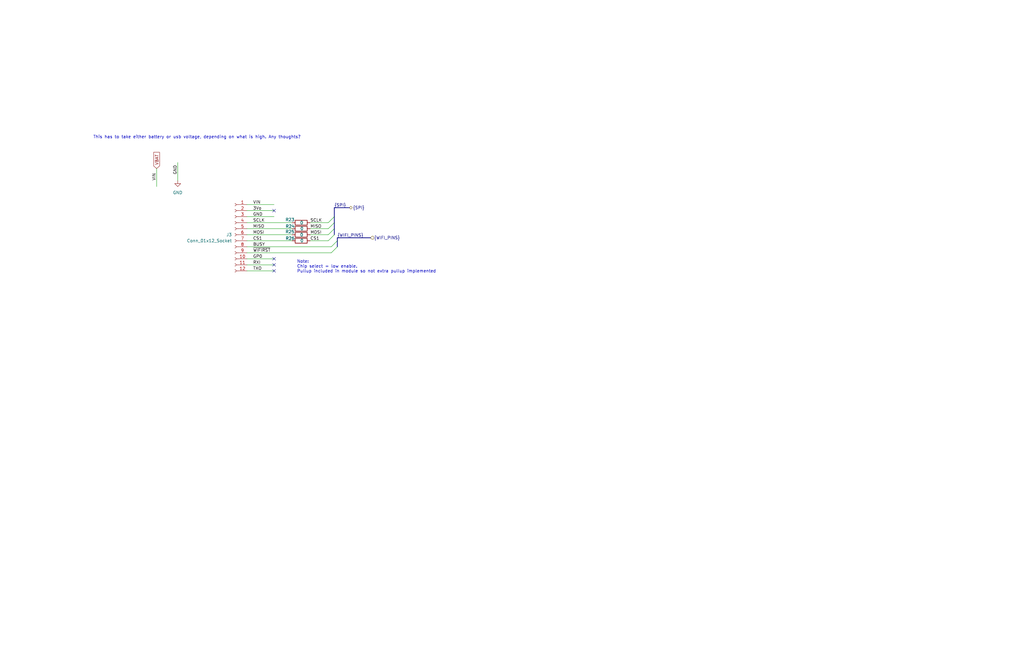
<source format=kicad_sch>
(kicad_sch (version 20231120) (generator "eeschema") (generator_version "8.0")
  (paper "B")
  (lib_symbols
    (symbol "Connector:Conn_01x12_Socket" (pin_names (offset 1.016) hide)
      (property "Reference" "J" (at 0 15.24 0))
      (property "Value" "Conn_01x12_Socket" (at 0 -17.78 0))
      (symbol "Conn_01x12_Socket_1_1"
        (arc (start 0 -14.732) (mid -0.5058 -15.24) (end 0 -15.748) (stroke (width 0.1524)))
        (arc (start 0 -12.192) (mid -0.5058 -12.7) (end 0 -13.208) (stroke (width 0.1524)))
        (arc (start 0 -9.652) (mid -0.5058 -10.16) (end 0 -10.668) (stroke (width 0.1524)))
        (arc (start 0 -7.112) (mid -0.5058 -7.62) (end 0 -8.128) (stroke (width 0.1524)))
        (arc (start 0 -4.572) (mid -0.5058 -5.08) (end 0 -5.588) (stroke (width 0.1524)))
        (arc (start 0 -2.032) (mid -0.5058 -2.54) (end 0 -3.048) (stroke (width 0.1524)))
        (polyline (pts (xy -1.27 -15.24) (xy -0.508 -15.24)) (stroke (width 0.1524)))
        (polyline (pts (xy -1.27 -12.7) (xy -0.508 -12.7)) (stroke (width 0.1524)))
        (polyline (pts (xy -1.27 -10.16) (xy -0.508 -10.16)) (stroke (width 0.1524)))
        (polyline (pts (xy -1.27 -7.62) (xy -0.508 -7.62)) (stroke (width 0.1524)))
        (polyline (pts (xy -1.27 -5.08) (xy -0.508 -5.08)) (stroke (width 0.1524)))
        (polyline (pts (xy -1.27 -2.54) (xy -0.508 -2.54)) (stroke (width 0.1524)))
        (polyline (pts (xy -1.27 0) (xy -0.508 0)) (stroke (width 0.1524)))
        (polyline (pts (xy -1.27 2.54) (xy -0.508 2.54)) (stroke (width 0.1524)))
        (polyline (pts (xy -1.27 5.08) (xy -0.508 5.08)) (stroke (width 0.1524)))
        (polyline (pts (xy -1.27 7.62) (xy -0.508 7.62)) (stroke (width 0.1524)))
        (polyline (pts (xy -1.27 10.16) (xy -0.508 10.16)) (stroke (width 0.1524)))
        (polyline (pts (xy -1.27 12.7) (xy -0.508 12.7)) (stroke (width 0.1524)))
        (arc (start 0 0.508) (mid -0.5058 0) (end 0 -0.508) (stroke (width 0.1524)))
        (arc (start 0 3.048) (mid -0.5058 2.54) (end 0 2.032) (stroke (width 0.1524)))
        (arc (start 0 5.588) (mid -0.5058 5.08) (end 0 4.572) (stroke (width 0.1524)))
        (arc (start 0 8.128) (mid -0.5058 7.62) (end 0 7.112) (stroke (width 0.1524)))
        (arc (start 0 10.668) (mid -0.5058 10.16) (end 0 9.652) (stroke (width 0.1524)))
        (arc (start 0 13.208) (mid -0.5058 12.7) (end 0 12.192) (stroke (width 0.1524)))
        (pin passive line (at -5.08 12.7 0) (length 3.81) (name "Pin_1") (number "1"))
        (pin passive line (at -5.08 -10.16 0) (length 3.81) (name "Pin_10") (number "10"))
        (pin passive line (at -5.08 -12.7 0) (length 3.81) (name "Pin_11") (number "11"))
        (pin passive line (at -5.08 -15.24 0) (length 3.81) (name "Pin_12") (number "12"))
        (pin passive line (at -5.08 10.16 0) (length 3.81) (name "Pin_2") (number "2"))
        (pin passive line (at -5.08 7.62 0) (length 3.81) (name "Pin_3") (number "3"))
        (pin passive line (at -5.08 5.08 0) (length 3.81) (name "Pin_4") (number "4"))
        (pin passive line (at -5.08 2.54 0) (length 3.81) (name "Pin_5") (number "5"))
        (pin passive line (at -5.08 0 0) (length 3.81) (name "Pin_6") (number "6"))
        (pin passive line (at -5.08 -2.54 0) (length 3.81) (name "Pin_7") (number "7"))
        (pin passive line (at -5.08 -5.08 0) (length 3.81) (name "Pin_8") (number "8"))
        (pin passive line (at -5.08 -7.62 0) (length 3.81) (name "Pin_9") (number "9"))
      )
    )
    (symbol "Device:R" (pin_numbers hide) (pin_names (offset 0))
      (property "Reference" "R" (at 2.032 0 90))
      (property "Value" "R" (at 0 0 90))
      (symbol "R_0_1"
        (rectangle (start -1.016 -2.54) (end 1.016 2.54) (stroke (width 0.254)))
      )
      (symbol "R_1_1"
        (pin passive line (at 0 3.81 270) (length 1.27) (name "~") (number "1"))
        (pin passive line (at 0 -3.81 90) (length 1.27) (name "~") (number "2"))
      )
    )
    (symbol "power:GND" (power) (pin_numbers hide) (pin_names (offset 0) hide)
      (property "Value" "GND" (at 0 -3.81 0))
      (symbol "GND_0_1"
        (polyline (pts (xy 0 0) (xy 0 -1.27) (xy 1.27 -1.27) (xy 0 -2.54) (xy -1.27 -1.27) (xy 0 -1.27)))
      )
      (symbol "GND_1_1"
        (pin power_in line (at 0 0 270) (length 0) (name "~") (number "1"))
      )
    )
  )
  (bus_alias "WIFI_PINS" (members "BUSY" "~{WIFIRST}"))
  (no_connect (at 115.57 111.76))
  (no_connect (at 115.57 88.9))
  (no_connect (at 115.57 114.3))
  (no_connect (at 115.57 109.22))
  (bus_entry (at 139.7 106.68) (size 2.54 -2.54))
  (bus_entry (at 138.43 96.52) (size 2.54 -2.54))
  (bus_entry (at 139.7 104.14) (size 2.54 -2.54))
  (bus_entry (at 138.43 93.98) (size 2.54 -2.54))
  (bus_entry (at 138.43 99.06) (size 2.54 -2.54))
  (bus_entry (at 138.43 101.6) (size 2.54 -2.54))
  (bus (pts (xy 142.24 100.33) (xy 156.21 100.33)))
  (bus (pts (xy 142.24 101.6) (xy 142.24 100.33)))
  (bus (pts (xy 140.97 87.63) (xy 147.32 87.63)))
  (wire (pts (xy 104.14 106.68) (xy 139.7 106.68)))
  (wire (pts (xy 74.93 68.58) (xy 74.93 76.2)))
  (wire (pts (xy 66.04 71.12) (xy 66.04 78.74)))
  (wire (pts (xy 104.14 86.36) (xy 115.57 86.36)))
  (wire (pts (xy 104.14 101.6) (xy 123.19 101.6)))
  (bus (pts (xy 140.97 93.98) (xy 140.97 96.52)))
  (wire (pts (xy 104.14 109.22) (xy 115.57 109.22)))
  (wire (pts (xy 104.14 111.76) (xy 115.57 111.76)))
  (wire (pts (xy 104.14 93.98) (xy 123.19 93.98)))
  (wire (pts (xy 104.14 88.9) (xy 115.57 88.9)))
  (wire (pts (xy 130.81 101.6) (xy 138.43 101.6)))
  (wire (pts (xy 130.81 99.06) (xy 138.43 99.06)))
  (bus (pts (xy 140.97 96.52) (xy 140.97 99.06)))
  (wire (pts (xy 104.14 104.14) (xy 139.7 104.14)))
  (wire (pts (xy 104.14 96.52) (xy 123.19 96.52)))
  (wire (pts (xy 104.14 114.3) (xy 115.57 114.3)))
  (bus (pts (xy 142.24 104.14) (xy 142.24 101.6)))
  (bus (pts (xy 140.97 87.63) (xy 140.97 91.44)))
  (wire (pts (xy 104.14 91.44) (xy 115.57 91.44)))
  (wire (pts (xy 130.81 93.98) (xy 138.43 93.98)))
  (bus (pts (xy 140.97 91.44) (xy 140.97 93.98)))
  (wire (pts (xy 104.14 99.06) (xy 123.19 99.06)))
  (wire (pts (xy 130.81 96.52) (xy 138.43 96.52)))
  (text "Note:\nChip select = low enable. \nPullup included in module so not extra pullup implemented" (at 125.222 112.522 0) (effects (font (size 1.27 1.27)) (justify left)))
  (text "This has to take either battery or usb voltage, depending on what is high. Any thoughts?" (at 83.058 57.912 0) (effects (font (size 1.27 1.27))))
  (label "MISO" (at 130.81 96.52 0))
  (label "SCLK" (at 130.81 93.98 0))
  (label "RXI" (at 106.68 111.76 0))
  (label "MOSI" (at 130.81 99.06 0))
  (label "{WIFI_PINS}" (at 142.24 100.33 0))
  (label "MOSI" (at 106.68 99.06 0))
  (label "VIN" (at 66.04 76.2 90))
  (label "{SPI}" (at 140.97 87.63 0))
  (label "SCLK" (at 106.68 93.98 0))
  (label "~{WIFIRST}" (at 106.68 106.68 0))
  (label "GND" (at 106.68 91.44 0))
  (label "CS1" (at 106.68 101.6 0))
  (label "TXO" (at 106.68 114.3 0))
  (label "CS1" (at 130.81 101.6 0))
  (label "MISO" (at 106.68 96.52 0))
  (label "GND" (at 74.93 73.66 90))
  (label "BUSY" (at 106.68 104.14 0))
  (label "GP0" (at 106.68 109.22 0))
  (label "3Vo" (at 106.68 88.9 0))
  (label "VIN" (at 106.68 86.36 0))
  (global_label "VBAT" (shape input) (at 66.04 71.12 90) (property "Intersheetrefs" "${INTERSHEET_REFS}" (effects (hide yes))))
  (hierarchical_label "{WIFI_PINS}" (shape input) (at 156.21 100.33 0))
  (hierarchical_label "{SPI}" (shape bidirectional) (at 147.32 87.63 0))
  (symbol (lib_id "Device:R") (at 127 101.6 90) (unit 1)
    (property "Reference" "R26" (at 120.396 100.584 90) (effects (justify right)))
    (property "Value" "0" (at 128.016 100.838 90) (effects (justify left bottom)))
    (property "Footprint" "Library:0603-NO" (effects (hide yes)))
    (property "Datasheet" "https://www.yageo.com/upload/media/product/products/datasheet/rchip/PYu-RC_Group_51_RoHS_L_12.pdf" (effects (hide yes)))
    (property "Description" "0 Ohms Jumper Chip Resistor 0603 (1608 Metric) Moisture Resistant Thick Film" (effects (hide yes)))
    (property "Mfr" "YAGEO" (effects (hide yes)))
    (property "Mfr P/N" "RC0603JR-070RL" (effects (hide yes)))
    (property "Supplier_1" "Digikey" (effects (hide yes)))
    (property "Supplier_1 P/N" "311-0.0GRTR-ND" (effects (hide yes)))
    (property "Supplier_1 Unit Price" "0.10" (effects (hide yes)))
    (property "Supplier_1 Price @ Qty" "0.10" (effects (hide yes)))
    (property "Supplier 1 P/N" "311-0.0GRTR-ND" (effects (hide yes)))
    (property "Supplier 1 Unit Price" "0.10" (effects (hide yes)))
    (property "Supplier 1 Price @ Qty" "0.00900" (effects (hide yes)))
  )
  (symbol (lib_id "Device:R") (at 127 96.52 90) (unit 1)
    (property "Reference" "R24" (at 120.396 95.504 90) (effects (justify right)))
    (property "Value" "0" (at 128.016 95.758 90) (effects (justify left bottom)))
    (property "Footprint" "Library:0603-NO" (effects (hide yes)))
    (property "Datasheet" "https://www.yageo.com/upload/media/product/products/datasheet/rchip/PYu-RC_Group_51_RoHS_L_12.pdf" (effects (hide yes)))
    (property "Description" "0 Ohms Jumper Chip Resistor 0603 (1608 Metric) Moisture Resistant Thick Film" (effects (hide yes)))
    (property "Mfr" "YAGEO" (effects (hide yes)))
    (property "Mfr P/N" "RC0603JR-070RL" (effects (hide yes)))
    (property "Supplier_1" "Digikey" (effects (hide yes)))
    (property "Supplier_1 P/N" "311-0.0GRTR-ND" (effects (hide yes)))
    (property "Supplier_1 Unit Price" "0.10" (effects (hide yes)))
    (property "Supplier_1 Price @ Qty" "0.10" (effects (hide yes)))
    (property "Supplier 1 P/N" "311-0.0GRTR-ND" (effects (hide yes)))
    (property "Supplier 1 Unit Price" "0.10" (effects (hide yes)))
    (property "Supplier 1 Price @ Qty" "0.00900" (effects (hide yes)))
  )
  (symbol (lib_id "power:GND") (at 74.93 76.2 0) (unit 1)
    (property "Reference" "#PWR051" (effects (hide yes)))
    (property "Value" "GND" (at 74.93 81.28 0))
    (property "Description" "Power symbol creates a global label with name \"GND\" , ground" (effects (hide yes)))
  )
  (symbol (lib_id "Connector:Conn_01x12_Socket") (at 99.06 99.06 0) (mirror y) (unit 1)
    (property "Reference" "J3" (at 97.79 99.0599 0) (effects (justify left)))
    (property "Value" "Conn_01x12_Socket" (at 97.79 101.5999 0) (effects (justify left)))
    (property "Footprint" "Connector_PinSocket_2.54mm:PinSocket_1x12_P2.54mm_Vertical" (effects (hide yes)))
    (property "Datasheet" "https://mm.digikey.com/Volume0/opasdata/d220001/medias/docus/937/Female_Headers.100_DS.pdf" (effects (hide yes)))
    (property "Description" "12 Position Header Connector 0.100\" (2.54mm) Through Hole Tin" (effects (hide yes)))
    (property "Mfr" "Sullins Connector Solutions" (effects (hide yes)))
    (property "Mfr P/N" "PPTC121LFBN-RC" (effects (hide yes)))
    (property "Supplier 1" "Digikey" (effects (hide yes)))
    (property "Supplier 1 P/N" "S6100-ND" (effects (hide yes)))
    (property "Supplier 1 Unit Price" "0.97000" (effects (hide yes)))
    (property "Supplier 1 Price @ Qty" "0.97000" (effects (hide yes)))
    (property "Supplier_1 P/N" "S6100-ND" (effects (hide yes)))
    (property "Supplier_1 Price @ Qty" "0.97000" (effects (hide yes)))
    (property "Supplier_1 Unit Price" "0.97000" (effects (hide yes)))
  )
  (symbol (lib_id "Device:R") (at 127 99.06 90) (unit 1)
    (property "Reference" "R25" (at 124.206 97.79 90) (effects (justify left)))
    (property "Value" "0" (at 126.492 99.822 90) (effects (justify right top)))
    (property "Footprint" "Library:0603-NO" (effects (hide yes)))
    (property "Datasheet" "https://www.yageo.com/upload/media/product/products/datasheet/rchip/PYu-RC_Group_51_RoHS_L_12.pdf" (effects (hide yes)))
    (property "Description" "0 Ohms Jumper Chip Resistor 0603 (1608 Metric) Moisture Resistant Thick Film" (effects (hide yes)))
    (property "Mfr" "YAGEO" (effects (hide yes)))
    (property "Mfr P/N" "RC0603JR-070RL" (effects (hide yes)))
    (property "Supplier_1" "Digikey" (effects (hide yes)))
    (property "Supplier_1 P/N" "311-0.0GRTR-ND" (effects (hide yes)))
    (property "Supplier_1 Unit Price" "0.10" (effects (hide yes)))
    (property "Supplier_1 Price @ Qty" "0.10" (effects (hide yes)))
    (property "Supplier 1 P/N" "311-0.0GRTR-ND" (effects (hide yes)))
    (property "Supplier 1 Unit Price" "0.10" (effects (hide yes)))
    (property "Supplier 1 Price @ Qty" "0.00900" (effects (hide yes)))
  )
  (symbol (lib_id "Device:R") (at 127 93.98 90) (unit 1)
    (property "Reference" "R23" (at 124.206 92.71 90) (effects (justify left)))
    (property "Value" "0" (at 126.492 94.742 90) (effects (justify right top)))
    (property "Footprint" "Library:0603-NO" (effects (hide yes)))
    (property "Datasheet" "https://www.yageo.com/upload/media/product/products/datasheet/rchip/PYu-RC_Group_51_RoHS_L_12.pdf" (effects (hide yes)))
    (property "Description" "0 Ohms Jumper Chip Resistor 0603 (1608 Metric) Moisture Resistant Thick Film" (effects (hide yes)))
    (property "Mfr" "YAGEO" (effects (hide yes)))
    (property "Mfr P/N" "RC0603JR-070RL" (effects (hide yes)))
    (property "Supplier_1" "Digikey" (effects (hide yes)))
    (property "Supplier_1 P/N" "311-0.0GRTR-ND" (effects (hide yes)))
    (property "Supplier_1 Unit Price" "0.10" (effects (hide yes)))
    (property "Supplier_1 Price @ Qty" "0.10" (effects (hide yes)))
    (property "Supplier 1 P/N" "311-0.0GRTR-ND" (effects (hide yes)))
    (property "Supplier 1 Unit Price" "0.10" (effects (hide yes)))
    (property "Supplier 1 Price @ Qty" "0.00900" (effects (hide yes)))
  )
)
</source>
